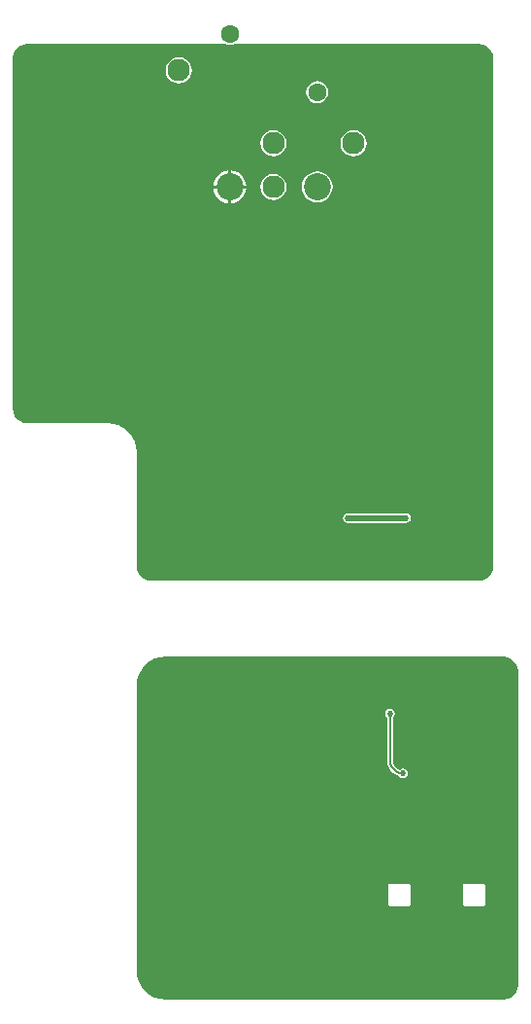
<source format=gbl>
G04*
G04 #@! TF.GenerationSoftware,Altium Limited,CircuitStudio,1.5.2 (30)*
G04*
G04 Layer_Physical_Order=2*
G04 Layer_Color=12500520*
%FSLAX25Y25*%
%MOIN*%
G70*
G01*
G75*
%ADD12C,0.02000*%
%ADD14C,0.00800*%
%ADD31C,0.06300*%
%ADD32C,0.09300*%
%ADD33C,0.07700*%
%ADD34C,0.02050*%
G36*
X208092Y617524D02*
X208521Y617346D01*
X209500Y617218D01*
X210479Y617346D01*
X210906Y617523D01*
X295000Y617500D01*
Y617500D01*
X295043Y617537D01*
X296305Y617371D01*
X297522Y616867D01*
X298566Y616066D01*
X299367Y615022D01*
X299871Y613805D01*
X300043Y612500D01*
X300000Y444500D01*
Y438500D01*
X300000D01*
X300038Y438457D01*
X299871Y437195D01*
X299367Y435978D01*
X298566Y434934D01*
X297522Y434132D01*
X296305Y433629D01*
X295000Y433457D01*
X182500Y433500D01*
Y433500D01*
X182457Y433462D01*
X181195Y433629D01*
X179978Y434132D01*
X178934Y434934D01*
X178132Y435978D01*
X177629Y437195D01*
X177457Y438500D01*
X177500Y475000D01*
Y477500D01*
X177548D01*
X177355Y479460D01*
X176784Y481345D01*
X175855Y483083D01*
X174605Y484605D01*
X173083Y485855D01*
X171345Y486784D01*
X169460Y487355D01*
X167500Y487548D01*
X140000Y487500D01*
X140000Y487500D01*
Y487500D01*
X139957Y487463D01*
X138695Y487629D01*
X137478Y488132D01*
X136434Y488934D01*
X135633Y489978D01*
X135129Y491195D01*
X134957Y492500D01*
Y492500D01*
X135000Y612500D01*
X135000D01*
X135021Y612991D01*
X135129Y613805D01*
X135633Y615022D01*
X136434Y616066D01*
X137478Y616867D01*
X138695Y617371D01*
X140000Y617543D01*
X140000D01*
X208092Y617524D01*
D02*
G37*
G36*
X187500Y407500D02*
Y407500D01*
X303500Y407543D01*
X304805Y407371D01*
X306022Y406868D01*
X307066Y406066D01*
X307868Y405022D01*
X308371Y403805D01*
X308538Y402543D01*
X308500Y402500D01*
X308500D01*
X308543Y295000D01*
X308371Y293695D01*
X307868Y292478D01*
X307066Y291434D01*
X306022Y290633D01*
X304805Y290129D01*
X303543Y289963D01*
X303500Y290000D01*
Y290000D01*
X187500Y289952D01*
X185540Y290145D01*
X183655Y290717D01*
X181917Y291645D01*
X180395Y292895D01*
X179145Y294417D01*
X178217Y296155D01*
X177645Y298040D01*
X177456Y299952D01*
X177500Y300000D01*
X177500D01*
X177452Y397500D01*
X177645Y399460D01*
X178217Y401345D01*
X179145Y403083D01*
X180395Y404605D01*
X181917Y405855D01*
X183655Y406783D01*
X185540Y407355D01*
X187452Y407544D01*
X187500Y407500D01*
D02*
G37*
%LPC*%
G36*
X270000Y456657D02*
X269872Y456631D01*
X250128D01*
X250000Y456657D01*
X249366Y456531D01*
X248828Y456172D01*
X248469Y455634D01*
X248343Y455000D01*
X248469Y454366D01*
X248828Y453828D01*
X249366Y453469D01*
X250000Y453343D01*
X250128Y453369D01*
X269872D01*
X270000Y453343D01*
X270634Y453469D01*
X271172Y453828D01*
X271531Y454366D01*
X271657Y455000D01*
X271531Y455634D01*
X271172Y456172D01*
X270634Y456531D01*
X270000Y456657D01*
D02*
G37*
G36*
X215133Y568000D02*
X210000D01*
Y562867D01*
X210975Y562995D01*
X212349Y563565D01*
X213530Y564470D01*
X214435Y565651D01*
X215005Y567025D01*
X215133Y568000D01*
D02*
G37*
G36*
X209000D02*
X203867D01*
X203995Y567025D01*
X204565Y565651D01*
X205470Y564470D01*
X206651Y563565D01*
X208025Y562995D01*
X209000Y562867D01*
Y568000D01*
D02*
G37*
G36*
X270854Y329673D02*
X264500D01*
X264041Y329483D01*
X263851Y329024D01*
Y322724D01*
X264041Y322265D01*
X264500Y322075D01*
X270854D01*
X271314Y322265D01*
X271504Y322724D01*
Y329024D01*
X271314Y329483D01*
X270854Y329673D01*
D02*
G37*
G36*
X296500Y329673D02*
X290146D01*
X289686Y329483D01*
X289496Y329024D01*
Y322724D01*
X289686Y322265D01*
X290146Y322075D01*
X296500D01*
X296959Y322265D01*
X297149Y322724D01*
Y329024D01*
X296959Y329483D01*
X296500Y329673D01*
D02*
G37*
G36*
X264500Y389657D02*
X263866Y389531D01*
X263328Y389172D01*
X262969Y388634D01*
X262843Y388000D01*
X262969Y387366D01*
X263328Y386828D01*
X263480Y386727D01*
Y372000D01*
X263453D01*
X263642Y370564D01*
X264196Y369226D01*
X265077Y368077D01*
X266226Y367196D01*
X267564Y366642D01*
X267624Y366634D01*
X267828Y366328D01*
X268366Y365969D01*
X269000Y365843D01*
X269634Y365969D01*
X270172Y366328D01*
X270531Y366866D01*
X270657Y367500D01*
X270531Y368134D01*
X270172Y368672D01*
X269634Y369031D01*
X269000Y369157D01*
X268366Y369031D01*
X267902Y368721D01*
X267260Y368986D01*
X266539Y369539D01*
X265986Y370260D01*
X265639Y371099D01*
X265520Y372000D01*
X265520D01*
Y386727D01*
X265672Y386828D01*
X266031Y387366D01*
X266157Y388000D01*
X266031Y388634D01*
X265672Y389172D01*
X265134Y389531D01*
X264500Y389657D01*
D02*
G37*
G36*
X252000Y587988D02*
X250838Y587836D01*
X249756Y587387D01*
X248826Y586674D01*
X248113Y585744D01*
X247664Y584662D01*
X247512Y583500D01*
X247664Y582338D01*
X248113Y581256D01*
X248826Y580326D01*
X249756Y579613D01*
X250838Y579165D01*
X252000Y579012D01*
X253162Y579165D01*
X254244Y579613D01*
X255174Y580326D01*
X255887Y581256D01*
X256335Y582338D01*
X256488Y583500D01*
X256335Y584662D01*
X255887Y585744D01*
X255174Y586674D01*
X254244Y587387D01*
X253162Y587836D01*
X252000Y587988D01*
D02*
G37*
G36*
X224500D02*
X223338Y587836D01*
X222256Y587387D01*
X221326Y586674D01*
X220613Y585744D01*
X220164Y584662D01*
X220012Y583500D01*
X220164Y582338D01*
X220613Y581256D01*
X221326Y580326D01*
X222256Y579613D01*
X223338Y579165D01*
X224500Y579012D01*
X225662Y579165D01*
X226744Y579613D01*
X227674Y580326D01*
X228387Y581256D01*
X228836Y582338D01*
X228988Y583500D01*
X228836Y584662D01*
X228387Y585744D01*
X227674Y586674D01*
X226744Y587387D01*
X225662Y587836D01*
X224500Y587988D01*
D02*
G37*
G36*
X192000Y612988D02*
X190838Y612836D01*
X189756Y612387D01*
X188826Y611674D01*
X188113Y610744D01*
X187664Y609662D01*
X187512Y608500D01*
X187664Y607338D01*
X188113Y606256D01*
X188826Y605326D01*
X189756Y604613D01*
X190838Y604165D01*
X192000Y604012D01*
X193162Y604165D01*
X194244Y604613D01*
X195174Y605326D01*
X195887Y606256D01*
X196335Y607338D01*
X196488Y608500D01*
X196335Y609662D01*
X195887Y610744D01*
X195174Y611674D01*
X194244Y612387D01*
X193162Y612836D01*
X192000Y612988D01*
D02*
G37*
G36*
X239500Y604782D02*
X238521Y604654D01*
X237609Y604276D01*
X236825Y603675D01*
X236224Y602891D01*
X235846Y601979D01*
X235718Y601000D01*
X235846Y600021D01*
X236224Y599109D01*
X236825Y598325D01*
X237609Y597724D01*
X238521Y597346D01*
X239500Y597218D01*
X240479Y597346D01*
X241391Y597724D01*
X242175Y598325D01*
X242776Y599109D01*
X243154Y600021D01*
X243282Y601000D01*
X243154Y601979D01*
X242776Y602891D01*
X242175Y603675D01*
X241391Y604276D01*
X240479Y604654D01*
X239500Y604782D01*
D02*
G37*
G36*
X224500Y572988D02*
X223338Y572835D01*
X222256Y572387D01*
X221326Y571674D01*
X220613Y570744D01*
X220164Y569662D01*
X220012Y568500D01*
X220164Y567338D01*
X220613Y566256D01*
X221326Y565326D01*
X222256Y564613D01*
X223338Y564164D01*
X224500Y564012D01*
X225662Y564164D01*
X226744Y564613D01*
X227674Y565326D01*
X228387Y566256D01*
X228836Y567338D01*
X228988Y568500D01*
X228836Y569662D01*
X228387Y570744D01*
X227674Y571674D01*
X226744Y572387D01*
X225662Y572835D01*
X224500Y572988D01*
D02*
G37*
G36*
X239500Y573795D02*
X238129Y573615D01*
X236852Y573086D01*
X235756Y572244D01*
X234914Y571148D01*
X234385Y569871D01*
X234205Y568500D01*
X234385Y567130D01*
X234914Y565852D01*
X235756Y564756D01*
X236852Y563914D01*
X238129Y563385D01*
X239500Y563205D01*
X240870Y563385D01*
X242148Y563914D01*
X243244Y564756D01*
X244086Y565852D01*
X244615Y567130D01*
X244795Y568500D01*
X244615Y569871D01*
X244086Y571148D01*
X243244Y572244D01*
X242148Y573086D01*
X240870Y573615D01*
X239500Y573795D01*
D02*
G37*
G36*
X210000Y574133D02*
Y569000D01*
X215133D01*
X215005Y569975D01*
X214435Y571349D01*
X213530Y572530D01*
X212349Y573435D01*
X210975Y574005D01*
X210000Y574133D01*
D02*
G37*
G36*
X209000D02*
X208025Y574005D01*
X206651Y573435D01*
X205470Y572530D01*
X204565Y571349D01*
X203995Y569975D01*
X203867Y569000D01*
X209000D01*
Y574133D01*
D02*
G37*
%LPD*%
D12*
X250000Y455000D02*
X270000D01*
D14*
X264500Y372000D02*
X264613Y370999D01*
X264946Y370047D01*
X265482Y369194D01*
X266194Y368482D01*
X267048Y367946D01*
X267999Y367613D01*
X269000Y367500D01*
X264500Y372000D02*
Y388000D01*
D31*
X209500Y621000D02*
D03*
X239500Y601000D02*
D03*
D32*
Y568500D02*
D03*
X209500D02*
D03*
D33*
X192000Y608500D02*
D03*
X252000Y583500D02*
D03*
X224500D02*
D03*
Y568500D02*
D03*
D34*
X234000Y559000D02*
D03*
X227500D02*
D03*
X242500Y555000D02*
D03*
X227500D02*
D03*
X212500D02*
D03*
X197500Y600000D02*
D03*
X137500Y495000D02*
D03*
X152500D02*
D03*
X167500D02*
D03*
X197500D02*
D03*
X212500D02*
D03*
X190000Y487500D02*
D03*
Y472500D02*
D03*
X205000D02*
D03*
X212500Y480000D02*
D03*
X197500Y465000D02*
D03*
Y480000D02*
D03*
Y450000D02*
D03*
X205000Y457500D02*
D03*
Y442500D02*
D03*
X182500Y450000D02*
D03*
Y480000D02*
D03*
Y465000D02*
D03*
X175000Y487500D02*
D03*
X190000Y442500D02*
D03*
Y457500D02*
D03*
X250000Y487500D02*
D03*
X235000Y472500D02*
D03*
X250000D02*
D03*
X220000Y457500D02*
D03*
X227500Y450000D02*
D03*
Y480000D02*
D03*
Y465000D02*
D03*
X220000Y472500D02*
D03*
X287500Y465000D02*
D03*
Y450000D02*
D03*
X272500Y495000D02*
D03*
Y480000D02*
D03*
X280000Y472500D02*
D03*
Y487500D02*
D03*
Y457500D02*
D03*
X272500Y465000D02*
D03*
X295000Y442500D02*
D03*
Y457500D02*
D03*
Y487500D02*
D03*
Y472500D02*
D03*
X287500Y480000D02*
D03*
Y495000D02*
D03*
Y615000D02*
D03*
X295000Y607500D02*
D03*
Y592500D02*
D03*
X287500Y600000D02*
D03*
Y585000D02*
D03*
Y555000D02*
D03*
Y570000D02*
D03*
X295000Y562500D02*
D03*
Y577500D02*
D03*
X287500Y525000D02*
D03*
Y540000D02*
D03*
X295000Y532500D02*
D03*
Y547500D02*
D03*
X287500Y510000D02*
D03*
X295000Y502500D02*
D03*
Y517500D02*
D03*
X257500Y615000D02*
D03*
X265000Y607500D02*
D03*
Y592500D02*
D03*
X280000Y607500D02*
D03*
Y592500D02*
D03*
X272500Y600000D02*
D03*
Y585000D02*
D03*
X257500Y600000D02*
D03*
Y555000D02*
D03*
Y570000D02*
D03*
X272500Y555000D02*
D03*
Y570000D02*
D03*
X280000Y562500D02*
D03*
Y577500D02*
D03*
X265000Y562500D02*
D03*
Y577500D02*
D03*
X257500Y525000D02*
D03*
Y540000D02*
D03*
X272500Y525000D02*
D03*
Y540000D02*
D03*
X280000Y532500D02*
D03*
Y547500D02*
D03*
X265000Y532500D02*
D03*
Y547500D02*
D03*
X257500Y510000D02*
D03*
X272500D02*
D03*
X280000Y502500D02*
D03*
Y517500D02*
D03*
X265000D02*
D03*
X272500Y615000D02*
D03*
X227500D02*
D03*
X235000Y607500D02*
D03*
X250000D02*
D03*
Y592500D02*
D03*
X235000D02*
D03*
X242500Y585000D02*
D03*
X227500Y600000D02*
D03*
X250000Y562500D02*
D03*
X235000Y577500D02*
D03*
X227500Y540000D02*
D03*
X242500D02*
D03*
X250000Y532500D02*
D03*
Y547500D02*
D03*
X227500Y510000D02*
D03*
X242500D02*
D03*
X250000Y517500D02*
D03*
X242500Y615000D02*
D03*
X197500D02*
D03*
X205000Y607500D02*
D03*
Y592500D02*
D03*
X220000Y607500D02*
D03*
Y592500D02*
D03*
X212500Y600000D02*
D03*
Y585000D02*
D03*
X197500D02*
D03*
Y555000D02*
D03*
Y570000D02*
D03*
X205000Y577500D02*
D03*
X197500Y525000D02*
D03*
Y540000D02*
D03*
X212500D02*
D03*
X220000Y532500D02*
D03*
Y547500D02*
D03*
X205000Y532500D02*
D03*
Y547500D02*
D03*
X220000Y502500D02*
D03*
X205000D02*
D03*
X182500Y615000D02*
D03*
X190000Y502500D02*
D03*
X167500Y510000D02*
D03*
X175000Y547500D02*
D03*
Y532500D02*
D03*
X190000Y547500D02*
D03*
Y532500D02*
D03*
X182500Y540000D02*
D03*
Y525000D02*
D03*
X167500Y540000D02*
D03*
X175000Y577500D02*
D03*
Y562500D02*
D03*
X190000Y577500D02*
D03*
Y562500D02*
D03*
X182500Y570000D02*
D03*
Y555000D02*
D03*
X167500Y570000D02*
D03*
Y555000D02*
D03*
Y585000D02*
D03*
X182500D02*
D03*
Y600000D02*
D03*
X190000Y592500D02*
D03*
X175000D02*
D03*
X167500Y615000D02*
D03*
X145000Y607500D02*
D03*
Y592500D02*
D03*
X152500Y585000D02*
D03*
X137500Y600000D02*
D03*
Y585000D02*
D03*
Y555000D02*
D03*
Y570000D02*
D03*
X152500Y555000D02*
D03*
Y570000D02*
D03*
X160000Y562500D02*
D03*
Y577500D02*
D03*
X145000Y562500D02*
D03*
Y577500D02*
D03*
X137500Y525000D02*
D03*
Y540000D02*
D03*
X152500Y525000D02*
D03*
Y540000D02*
D03*
X160000Y532500D02*
D03*
Y547500D02*
D03*
X145000Y532500D02*
D03*
Y547500D02*
D03*
X137500Y510000D02*
D03*
X152500D02*
D03*
X160000Y502500D02*
D03*
Y517500D02*
D03*
X145000Y502500D02*
D03*
Y517500D02*
D03*
X152500Y615000D02*
D03*
X262500Y337500D02*
D03*
X279500Y394000D02*
D03*
X250000Y387500D02*
D03*
X226500Y384000D02*
D03*
X215500Y394500D02*
D03*
Y384000D02*
D03*
X285000Y390000D02*
D03*
Y405000D02*
D03*
X270000Y390000D02*
D03*
X240000Y345000D02*
D03*
X232500Y367500D02*
D03*
X247500Y382500D02*
D03*
Y367500D02*
D03*
X240000Y390000D02*
D03*
Y360000D02*
D03*
Y375000D02*
D03*
X255000Y360000D02*
D03*
X270000D02*
D03*
X262500Y367500D02*
D03*
X300000Y405000D02*
D03*
X292500Y397500D02*
D03*
X300000Y390000D02*
D03*
X292500Y382500D02*
D03*
X300000Y375000D02*
D03*
X292500Y367500D02*
D03*
X300000Y345000D02*
D03*
X292500Y337500D02*
D03*
Y352500D02*
D03*
X300000Y360000D02*
D03*
Y315000D02*
D03*
X285000D02*
D03*
X277500Y322500D02*
D03*
X262500Y307500D02*
D03*
X277500D02*
D03*
X292500D02*
D03*
X255000Y300000D02*
D03*
X262500Y292500D02*
D03*
X277500D02*
D03*
X292500D02*
D03*
X285000Y300000D02*
D03*
X270000D02*
D03*
X300000D02*
D03*
X240000Y315000D02*
D03*
X247500Y337500D02*
D03*
Y322500D02*
D03*
X240000Y330000D02*
D03*
X247500Y307500D02*
D03*
Y292500D02*
D03*
X240000Y300000D02*
D03*
X195000Y405000D02*
D03*
X217500Y352500D02*
D03*
X225000Y345000D02*
D03*
X210000Y360000D02*
D03*
Y345000D02*
D03*
X217500Y337500D02*
D03*
Y322500D02*
D03*
X232500Y337500D02*
D03*
Y322500D02*
D03*
X225000Y330000D02*
D03*
Y315000D02*
D03*
X210000Y330000D02*
D03*
Y315000D02*
D03*
Y300000D02*
D03*
X225000D02*
D03*
X232500Y292500D02*
D03*
Y307500D02*
D03*
X217500Y292500D02*
D03*
Y307500D02*
D03*
X187500D02*
D03*
Y292500D02*
D03*
X202500Y307500D02*
D03*
Y292500D02*
D03*
X195000Y300000D02*
D03*
X180000D02*
D03*
X187500Y337500D02*
D03*
Y322500D02*
D03*
X202500Y337500D02*
D03*
Y322500D02*
D03*
X195000Y330000D02*
D03*
Y315000D02*
D03*
X180000Y330000D02*
D03*
Y315000D02*
D03*
X187500Y367500D02*
D03*
Y352500D02*
D03*
X202500Y367500D02*
D03*
Y352500D02*
D03*
X195000Y360000D02*
D03*
Y345000D02*
D03*
X180000Y360000D02*
D03*
Y345000D02*
D03*
Y375000D02*
D03*
Y390000D02*
D03*
X195000Y375000D02*
D03*
Y390000D02*
D03*
X202500Y382500D02*
D03*
Y397500D02*
D03*
X187500Y382500D02*
D03*
Y397500D02*
D03*
X250000Y455000D02*
D03*
X270000D02*
D03*
X160000Y592500D02*
D03*
X152500Y600000D02*
D03*
X167500D02*
D03*
X160000Y607500D02*
D03*
X175000D02*
D03*
X285000Y360000D02*
D03*
Y345000D02*
D03*
X270000D02*
D03*
X262500Y352500D02*
D03*
X255000Y345000D02*
D03*
X247500Y352500D02*
D03*
X264500Y388000D02*
D03*
X269000Y367500D02*
D03*
X285000Y375000D02*
D03*
X277500Y382500D02*
D03*
X270000Y375000D02*
D03*
M02*

</source>
